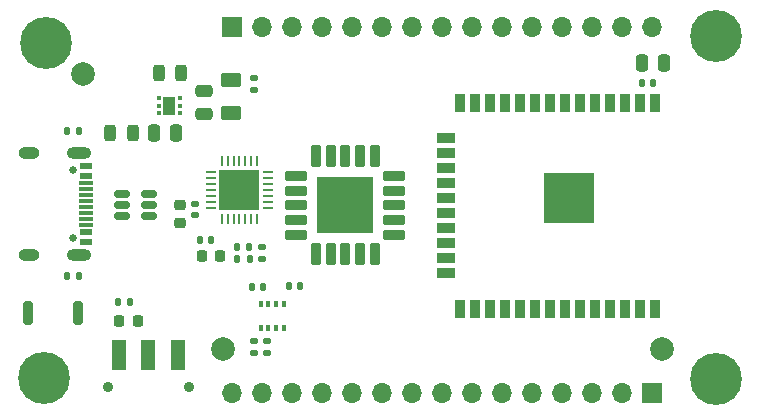
<source format=gbr>
%TF.GenerationSoftware,KiCad,Pcbnew,7.0.5-0*%
%TF.CreationDate,2024-04-27T19:16:13+02:00*%
%TF.ProjectId,esp32-eter,65737033-322d-4657-9465-722e6b696361,rev?*%
%TF.SameCoordinates,Original*%
%TF.FileFunction,Soldermask,Top*%
%TF.FilePolarity,Negative*%
%FSLAX46Y46*%
G04 Gerber Fmt 4.6, Leading zero omitted, Abs format (unit mm)*
G04 Created by KiCad (PCBNEW 7.0.5-0) date 2024-04-27 19:16:13*
%MOMM*%
%LPD*%
G01*
G04 APERTURE LIST*
G04 Aperture macros list*
%AMRoundRect*
0 Rectangle with rounded corners*
0 $1 Rounding radius*
0 $2 $3 $4 $5 $6 $7 $8 $9 X,Y pos of 4 corners*
0 Add a 4 corners polygon primitive as box body*
4,1,4,$2,$3,$4,$5,$6,$7,$8,$9,$2,$3,0*
0 Add four circle primitives for the rounded corners*
1,1,$1+$1,$2,$3*
1,1,$1+$1,$4,$5*
1,1,$1+$1,$6,$7*
1,1,$1+$1,$8,$9*
0 Add four rect primitives between the rounded corners*
20,1,$1+$1,$2,$3,$4,$5,0*
20,1,$1+$1,$4,$5,$6,$7,0*
20,1,$1+$1,$6,$7,$8,$9,0*
20,1,$1+$1,$8,$9,$2,$3,0*%
G04 Aperture macros list end*
%ADD10RoundRect,0.135000X0.135000X0.185000X-0.135000X0.185000X-0.135000X-0.185000X0.135000X-0.185000X0*%
%ADD11C,2.000000*%
%ADD12R,1.700000X1.700000*%
%ADD13O,1.700000X1.700000*%
%ADD14R,0.900000X1.500000*%
%ADD15R,1.500000X0.900000*%
%ADD16C,0.600000*%
%ADD17R,4.200000X4.200000*%
%ADD18RoundRect,0.140000X-0.140000X-0.170000X0.140000X-0.170000X0.140000X0.170000X-0.140000X0.170000X0*%
%ADD19RoundRect,0.135000X-0.185000X0.135000X-0.185000X-0.135000X0.185000X-0.135000X0.185000X0.135000X0*%
%ADD20RoundRect,0.093750X0.093750X0.106250X-0.093750X0.106250X-0.093750X-0.106250X0.093750X-0.106250X0*%
%ADD21R,1.000000X1.600000*%
%ADD22C,0.700000*%
%ADD23C,4.400000*%
%ADD24C,0.650000*%
%ADD25R,1.000000X0.600000*%
%ADD26R,1.150000X0.300000*%
%ADD27O,2.100000X1.000000*%
%ADD28O,1.800000X1.000000*%
%ADD29RoundRect,0.250000X0.475000X-0.250000X0.475000X0.250000X-0.475000X0.250000X-0.475000X-0.250000X0*%
%ADD30RoundRect,0.243750X0.243750X0.456250X-0.243750X0.456250X-0.243750X-0.456250X0.243750X-0.456250X0*%
%ADD31C,0.900000*%
%ADD32R,1.250000X2.500000*%
%ADD33RoundRect,0.140000X-0.170000X0.140000X-0.170000X-0.140000X0.170000X-0.140000X0.170000X0.140000X0*%
%ADD34R,0.350000X0.500000*%
%ADD35RoundRect,0.250000X-0.625000X0.375000X-0.625000X-0.375000X0.625000X-0.375000X0.625000X0.375000X0*%
%ADD36RoundRect,0.135000X-0.135000X-0.185000X0.135000X-0.185000X0.135000X0.185000X-0.135000X0.185000X0*%
%ADD37RoundRect,0.140000X0.140000X0.170000X-0.140000X0.170000X-0.140000X-0.170000X0.140000X-0.170000X0*%
%ADD38RoundRect,0.225000X-0.250000X0.225000X-0.250000X-0.225000X0.250000X-0.225000X0.250000X0.225000X0*%
%ADD39RoundRect,0.250000X-0.250000X-0.475000X0.250000X-0.475000X0.250000X0.475000X-0.250000X0.475000X0*%
%ADD40RoundRect,0.243750X-0.243750X-0.456250X0.243750X-0.456250X0.243750X0.456250X-0.243750X0.456250X0*%
%ADD41RoundRect,0.062500X-0.337500X-0.062500X0.337500X-0.062500X0.337500X0.062500X-0.337500X0.062500X0*%
%ADD42RoundRect,0.062500X-0.062500X-0.337500X0.062500X-0.337500X0.062500X0.337500X-0.062500X0.337500X0*%
%ADD43R,3.350000X3.350000*%
%ADD44RoundRect,0.225000X-0.225000X-0.250000X0.225000X-0.250000X0.225000X0.250000X-0.225000X0.250000X0*%
%ADD45RoundRect,0.200000X0.200000X0.800000X-0.200000X0.800000X-0.200000X-0.800000X0.200000X-0.800000X0*%
%ADD46RoundRect,0.135000X0.185000X-0.135000X0.185000X0.135000X-0.185000X0.135000X-0.185000X-0.135000X0*%
%ADD47RoundRect,0.212500X-0.737500X-0.212500X0.737500X-0.212500X0.737500X0.212500X-0.737500X0.212500X0*%
%ADD48RoundRect,0.212500X-0.212500X-0.737500X0.212500X-0.737500X0.212500X0.737500X-0.212500X0.737500X0*%
%ADD49R,4.800000X4.800000*%
%ADD50RoundRect,0.150000X-0.512500X-0.150000X0.512500X-0.150000X0.512500X0.150000X-0.512500X0.150000X0*%
G04 APERTURE END LIST*
D10*
%TO.C,R3*%
X87560000Y-71660000D03*
X86540000Y-71660000D03*
%TD*%
D11*
%TO.C,FM2*%
X73500000Y-56000000D03*
%TD*%
D12*
%TO.C,J2*%
X121620000Y-83000000D03*
D13*
X119080000Y-83000000D03*
X116540000Y-83000000D03*
X114000000Y-83000000D03*
X111460000Y-83000000D03*
X108920000Y-83000000D03*
X106380000Y-83000000D03*
X103840000Y-83000000D03*
X101300000Y-83000000D03*
X98760000Y-83000000D03*
X96220000Y-83000000D03*
X93680000Y-83000000D03*
X91140000Y-83000000D03*
X88600000Y-83000000D03*
X86060000Y-83000000D03*
%TD*%
D12*
%TO.C,J3*%
X86060000Y-52000000D03*
D13*
X88600000Y-52000000D03*
X91140000Y-52000000D03*
X93680000Y-52000000D03*
X96220000Y-52000000D03*
X98760000Y-52000000D03*
X101300000Y-52000000D03*
X103840000Y-52000000D03*
X106380000Y-52000000D03*
X108920000Y-52000000D03*
X111460000Y-52000000D03*
X114000000Y-52000000D03*
X116540000Y-52000000D03*
X119080000Y-52000000D03*
X121620000Y-52000000D03*
%TD*%
D14*
%TO.C,U1*%
X121920000Y-58420000D03*
X120650000Y-58420000D03*
X119380000Y-58420000D03*
X118110000Y-58420000D03*
X116840000Y-58420000D03*
X115570000Y-58420000D03*
X114300000Y-58420000D03*
X113030000Y-58420000D03*
X111760000Y-58420000D03*
X110490000Y-58420000D03*
X109220000Y-58420000D03*
X107950000Y-58420000D03*
X106680000Y-58420000D03*
X105410000Y-58420000D03*
D15*
X104160000Y-61460000D03*
X104160000Y-62730000D03*
X104160000Y-64000000D03*
X104160000Y-65270000D03*
X104160000Y-66540000D03*
X104160000Y-67810000D03*
X104160000Y-69080000D03*
X104160000Y-70350000D03*
X104160000Y-71620000D03*
X104160000Y-72890000D03*
D14*
X105410000Y-75920000D03*
X106680000Y-75920000D03*
X107950000Y-75920000D03*
X109220000Y-75920000D03*
X110490000Y-75920000D03*
X111760000Y-75920000D03*
X113030000Y-75920000D03*
X114300000Y-75920000D03*
X115570000Y-75920000D03*
X116840000Y-75920000D03*
X118110000Y-75920000D03*
X119380000Y-75920000D03*
X120650000Y-75920000D03*
X121920000Y-75920000D03*
D16*
X115342500Y-64965000D03*
X113817500Y-64965000D03*
X116105000Y-65727500D03*
X114580000Y-65727500D03*
X113055000Y-65727500D03*
X115342500Y-66490000D03*
D17*
X114580000Y-66490000D03*
D16*
X113817500Y-66490000D03*
X116105000Y-67252500D03*
X114580000Y-67252500D03*
X113055000Y-67252500D03*
X115342500Y-68015000D03*
X113817500Y-68015000D03*
%TD*%
D10*
%TO.C,R8*%
X77420000Y-75300000D03*
X76400000Y-75300000D03*
%TD*%
D18*
%TO.C,C2*%
X120770000Y-56750000D03*
X121730000Y-56750000D03*
%TD*%
D19*
%TO.C,R7*%
X89050000Y-78600000D03*
X89050000Y-79620000D03*
%TD*%
D20*
%TO.C,U4*%
X81650000Y-59340000D03*
X81650000Y-58690000D03*
X81650000Y-58040000D03*
X79875000Y-58040000D03*
X79875000Y-58690000D03*
X79875000Y-59340000D03*
D21*
X80762500Y-58690000D03*
%TD*%
D22*
%TO.C,H4*%
X125383274Y-81833274D03*
X125866548Y-80666548D03*
X125866548Y-83000000D03*
X127033274Y-80183274D03*
D23*
X127033274Y-81833274D03*
D22*
X127033274Y-83483274D03*
X128200000Y-80666548D03*
X128200000Y-83000000D03*
X128683274Y-81833274D03*
%TD*%
D24*
%TO.C,J1*%
X72605000Y-64110000D03*
X72605000Y-69890000D03*
D25*
X73755000Y-63800000D03*
X73755000Y-64600000D03*
D26*
X73680000Y-65750000D03*
X73680000Y-66750000D03*
X73680000Y-67250000D03*
X73680000Y-68250000D03*
D25*
X73755000Y-69400000D03*
X73755000Y-70200000D03*
X73755000Y-70200000D03*
X73755000Y-69400000D03*
D26*
X73680000Y-68750000D03*
X73680000Y-67750000D03*
X73680000Y-66250000D03*
X73680000Y-65250000D03*
D25*
X73755000Y-64600000D03*
X73755000Y-63800000D03*
D27*
X73105000Y-62680000D03*
D28*
X68925000Y-62680000D03*
D27*
X73105000Y-71320000D03*
D28*
X68925000Y-71320000D03*
%TD*%
D19*
%TO.C,R9*%
X87962500Y-56350000D03*
X87962500Y-57370000D03*
%TD*%
D29*
%TO.C,C8*%
X83712500Y-59370000D03*
X83712500Y-57470000D03*
%TD*%
D30*
%TO.C,D1*%
X77662500Y-61020000D03*
X75787500Y-61020000D03*
%TD*%
D18*
%TO.C,C3*%
X83370000Y-70070000D03*
X84330000Y-70070000D03*
%TD*%
D31*
%TO.C,EN*%
X75600000Y-82500000D03*
X82400000Y-82500000D03*
D32*
X76500000Y-79750000D03*
X79000000Y-79750000D03*
X81500000Y-79750000D03*
%TD*%
D22*
%TO.C,H2*%
X125430000Y-52750000D03*
X125913274Y-51583274D03*
X125913274Y-53916726D03*
X127080000Y-51100000D03*
D23*
X127080000Y-52750000D03*
D22*
X127080000Y-54400000D03*
X128246726Y-51583274D03*
X128246726Y-53916726D03*
X128730000Y-52750000D03*
%TD*%
D33*
%TO.C,C6*%
X82960000Y-66980000D03*
X82960000Y-67940000D03*
%TD*%
D19*
%TO.C,R6*%
X87950000Y-78600000D03*
X87950000Y-79620000D03*
%TD*%
D34*
%TO.C,U5*%
X90450000Y-77485000D03*
X89800000Y-77485000D03*
X89150000Y-77485000D03*
X88500000Y-77485000D03*
X88500000Y-75435000D03*
X89150000Y-75435000D03*
X89800000Y-75435000D03*
X90450000Y-75435000D03*
%TD*%
D35*
%TO.C,D3*%
X85962500Y-56480000D03*
X85962500Y-59280000D03*
%TD*%
D36*
%TO.C,R4*%
X86530000Y-70660000D03*
X87550000Y-70660000D03*
%TD*%
D37*
%TO.C,C9*%
X88730000Y-74000000D03*
X87770000Y-74000000D03*
%TD*%
D38*
%TO.C,C5*%
X81710000Y-67060000D03*
X81710000Y-68610000D03*
%TD*%
D11*
%TO.C,FM3*%
X122500000Y-79250000D03*
%TD*%
D18*
%TO.C,C10*%
X90870000Y-73950000D03*
X91830000Y-73950000D03*
%TD*%
D22*
%TO.C,H3*%
X68516726Y-81750000D03*
X69000000Y-80583274D03*
X69000000Y-82916726D03*
X70166726Y-80100000D03*
D23*
X70166726Y-81750000D03*
D22*
X70166726Y-83400000D03*
X71333452Y-80583274D03*
X71333452Y-82916726D03*
X71816726Y-81750000D03*
%TD*%
D11*
%TO.C,FM1*%
X85320000Y-79320000D03*
%TD*%
D22*
%TO.C,H1*%
X68683274Y-53333274D03*
X69166548Y-52166548D03*
X69166548Y-54500000D03*
X70333274Y-51683274D03*
D23*
X70333274Y-53333274D03*
D22*
X70333274Y-54983274D03*
X71500000Y-52166548D03*
X71500000Y-54500000D03*
X71983274Y-53333274D03*
%TD*%
D39*
%TO.C,C7*%
X79462500Y-61000000D03*
X81362500Y-61000000D03*
%TD*%
D40*
%TO.C,D2*%
X79887500Y-55920000D03*
X81762500Y-55920000D03*
%TD*%
D41*
%TO.C,U3*%
X84260000Y-64310000D03*
X84260000Y-64810000D03*
X84260000Y-65310000D03*
X84260000Y-65810000D03*
X84260000Y-66310000D03*
X84260000Y-66810000D03*
X84260000Y-67310000D03*
D42*
X85210000Y-68260000D03*
X85710000Y-68260000D03*
X86210000Y-68260000D03*
X86710000Y-68260000D03*
X87210000Y-68260000D03*
X87710000Y-68260000D03*
X88210000Y-68260000D03*
D41*
X89160000Y-67310000D03*
X89160000Y-66810000D03*
X89160000Y-66310000D03*
X89160000Y-65810000D03*
X89160000Y-65310000D03*
X89160000Y-64810000D03*
X89160000Y-64310000D03*
D42*
X88210000Y-63360000D03*
X87710000Y-63360000D03*
X87210000Y-63360000D03*
X86710000Y-63360000D03*
X86210000Y-63360000D03*
X85710000Y-63360000D03*
X85210000Y-63360000D03*
D43*
X86710000Y-65810000D03*
%TD*%
D44*
%TO.C,C11*%
X76525000Y-76900000D03*
X78075000Y-76900000D03*
%TD*%
D39*
%TO.C,C1*%
X120750000Y-55100000D03*
X122650000Y-55100000D03*
%TD*%
D36*
%TO.C,R2*%
X72130000Y-60800000D03*
X73150000Y-60800000D03*
%TD*%
D44*
%TO.C,C4*%
X83525000Y-71370000D03*
X85075000Y-71370000D03*
%TD*%
D45*
%TO.C,BOOT*%
X73000000Y-76200000D03*
X68800000Y-76200000D03*
%TD*%
D46*
%TO.C,R5*%
X88650000Y-71670000D03*
X88650000Y-70650000D03*
%TD*%
D47*
%TO.C,U6*%
X91520000Y-64630000D03*
X91520000Y-65880000D03*
X91520000Y-67130000D03*
X91520000Y-68380000D03*
X91520000Y-69630000D03*
D48*
X93170000Y-71280000D03*
X94420000Y-71280000D03*
X95670000Y-71280000D03*
X96920000Y-71280000D03*
X98170000Y-71280000D03*
D47*
X99820000Y-69630000D03*
X99820000Y-68380000D03*
X99820000Y-67130000D03*
X99820000Y-65880000D03*
X99820000Y-64630000D03*
D48*
X98170000Y-62980000D03*
X96920000Y-62980000D03*
X95670000Y-62980000D03*
X94420000Y-62980000D03*
X93170000Y-62980000D03*
D49*
X95670000Y-67130000D03*
%TD*%
D36*
%TO.C,R1*%
X72080000Y-73100000D03*
X73100000Y-73100000D03*
%TD*%
D50*
%TO.C,U2*%
X76762500Y-66130000D03*
X76762500Y-67080000D03*
X76762500Y-68030000D03*
X79037500Y-68030000D03*
X79037500Y-67080000D03*
X79037500Y-66130000D03*
%TD*%
M02*

</source>
